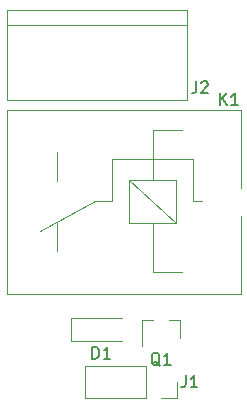
<source format=gbr>
G04 #@! TF.GenerationSoftware,KiCad,Pcbnew,5.1.5-52549c5~86~ubuntu19.10.1*
G04 #@! TF.CreationDate,2020-04-08T21:24:30+02:00*
G04 #@! TF.ProjectId,Universal-Relay-Board,556e6976-6572-4736-916c-2d52656c6179,rev?*
G04 #@! TF.SameCoordinates,Original*
G04 #@! TF.FileFunction,Legend,Top*
G04 #@! TF.FilePolarity,Positive*
%FSLAX46Y46*%
G04 Gerber Fmt 4.6, Leading zero omitted, Abs format (unit mm)*
G04 Created by KiCad (PCBNEW 5.1.5-52549c5~86~ubuntu19.10.1) date 2020-04-08 21:24:30*
%MOMM*%
%LPD*%
G04 APERTURE LIST*
%ADD10C,0.120000*%
%ADD11C,0.150000*%
G04 APERTURE END LIST*
D10*
X119830000Y-57840000D02*
X123830000Y-57840000D01*
X119830000Y-61440000D02*
X119830000Y-57840000D01*
X123830000Y-61440000D02*
X119830000Y-61440000D01*
X123830000Y-57840000D02*
X123830000Y-61440000D01*
X119830000Y-57840000D02*
X123830000Y-61440000D01*
X121830000Y-57840000D02*
X121830000Y-53640000D01*
X121830000Y-65640000D02*
X121830000Y-61440000D01*
X125230000Y-59640000D02*
X125230000Y-56040000D01*
X118430000Y-59640000D02*
X118430000Y-56040000D01*
X118430000Y-56040000D02*
X125230000Y-56040000D01*
X116930000Y-59640000D02*
X112330000Y-62140000D01*
X118430000Y-59640000D02*
X116930000Y-59640000D01*
X121830000Y-65640000D02*
X124330000Y-65640000D01*
X125230000Y-59640000D02*
X126030000Y-59640000D01*
X124330000Y-53640000D02*
X121830000Y-53640000D01*
X113730000Y-63890000D02*
X113730000Y-61390000D01*
X113730000Y-55490000D02*
X113730000Y-57940000D01*
X109480000Y-51890000D02*
X129280000Y-51890000D01*
X109480000Y-67490000D02*
X109480000Y-51890000D01*
X129280000Y-67490000D02*
X109480000Y-67490000D01*
X129280000Y-67490000D02*
X129280000Y-60890000D01*
X129280000Y-58490000D02*
X129280000Y-51890000D01*
X119225000Y-69485000D02*
X114925000Y-69485000D01*
X114925000Y-69485000D02*
X114925000Y-71485000D01*
X114925000Y-71485000D02*
X119225000Y-71485000D01*
X123885000Y-74930000D02*
X123885000Y-76260000D01*
X123885000Y-76260000D02*
X122555000Y-76260000D01*
X121285000Y-76260000D02*
X116145000Y-76260000D01*
X116145000Y-73600000D02*
X116145000Y-76260000D01*
X121285000Y-73600000D02*
X116145000Y-73600000D01*
X121285000Y-73600000D02*
X121285000Y-76260000D01*
X124714000Y-43434000D02*
X124714000Y-51054000D01*
X109474000Y-43434000D02*
X109474000Y-51054000D01*
X124714000Y-44704000D02*
X109474000Y-44704000D01*
X124714000Y-51054000D02*
X109474000Y-51054000D01*
X124714000Y-43434000D02*
X109474000Y-43434000D01*
X124135000Y-69725000D02*
X123205000Y-69725000D01*
X120975000Y-69725000D02*
X121905000Y-69725000D01*
X120975000Y-69725000D02*
X120975000Y-71885000D01*
X124135000Y-69725000D02*
X124135000Y-71185000D01*
D11*
X127531904Y-51506380D02*
X127531904Y-50506380D01*
X128103333Y-51506380D02*
X127674761Y-50934952D01*
X128103333Y-50506380D02*
X127531904Y-51077809D01*
X129055714Y-51506380D02*
X128484285Y-51506380D01*
X128770000Y-51506380D02*
X128770000Y-50506380D01*
X128674761Y-50649238D01*
X128579523Y-50744476D01*
X128484285Y-50792095D01*
X116736904Y-72969380D02*
X116736904Y-71969380D01*
X116975000Y-71969380D01*
X117117857Y-72017000D01*
X117213095Y-72112238D01*
X117260714Y-72207476D01*
X117308333Y-72397952D01*
X117308333Y-72540809D01*
X117260714Y-72731285D01*
X117213095Y-72826523D01*
X117117857Y-72921761D01*
X116975000Y-72969380D01*
X116736904Y-72969380D01*
X118260714Y-72969380D02*
X117689285Y-72969380D01*
X117975000Y-72969380D02*
X117975000Y-71969380D01*
X117879761Y-72112238D01*
X117784523Y-72207476D01*
X117689285Y-72255095D01*
X124634666Y-74382380D02*
X124634666Y-75096666D01*
X124587047Y-75239523D01*
X124491809Y-75334761D01*
X124348952Y-75382380D01*
X124253714Y-75382380D01*
X125634666Y-75382380D02*
X125063238Y-75382380D01*
X125348952Y-75382380D02*
X125348952Y-74382380D01*
X125253714Y-74525238D01*
X125158476Y-74620476D01*
X125063238Y-74668095D01*
X125523666Y-49490380D02*
X125523666Y-50204666D01*
X125476047Y-50347523D01*
X125380809Y-50442761D01*
X125237952Y-50490380D01*
X125142714Y-50490380D01*
X125952238Y-49585619D02*
X125999857Y-49538000D01*
X126095095Y-49490380D01*
X126333190Y-49490380D01*
X126428428Y-49538000D01*
X126476047Y-49585619D01*
X126523666Y-49680857D01*
X126523666Y-49776095D01*
X126476047Y-49918952D01*
X125904619Y-50490380D01*
X126523666Y-50490380D01*
X122459761Y-73572619D02*
X122364523Y-73525000D01*
X122269285Y-73429761D01*
X122126428Y-73286904D01*
X122031190Y-73239285D01*
X121935952Y-73239285D01*
X121983571Y-73477380D02*
X121888333Y-73429761D01*
X121793095Y-73334523D01*
X121745476Y-73144047D01*
X121745476Y-72810714D01*
X121793095Y-72620238D01*
X121888333Y-72525000D01*
X121983571Y-72477380D01*
X122174047Y-72477380D01*
X122269285Y-72525000D01*
X122364523Y-72620238D01*
X122412142Y-72810714D01*
X122412142Y-73144047D01*
X122364523Y-73334523D01*
X122269285Y-73429761D01*
X122174047Y-73477380D01*
X121983571Y-73477380D01*
X123364523Y-73477380D02*
X122793095Y-73477380D01*
X123078809Y-73477380D02*
X123078809Y-72477380D01*
X122983571Y-72620238D01*
X122888333Y-72715476D01*
X122793095Y-72763095D01*
M02*

</source>
